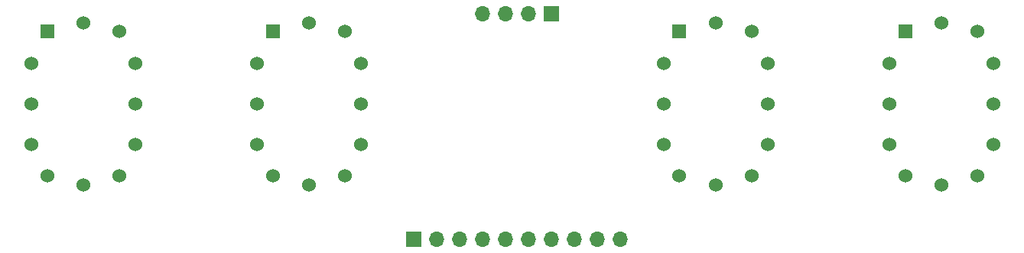
<source format=gts>
G04 #@! TF.GenerationSoftware,KiCad,Pcbnew,(6.0.9)*
G04 #@! TF.CreationDate,2022-12-15T14:30:08+09:00*
G04 #@! TF.ProjectId,nixieupperside,6e697869-6575-4707-9065-72736964652e,rev?*
G04 #@! TF.SameCoordinates,Original*
G04 #@! TF.FileFunction,Soldermask,Top*
G04 #@! TF.FilePolarity,Negative*
%FSLAX46Y46*%
G04 Gerber Fmt 4.6, Leading zero omitted, Abs format (unit mm)*
G04 Created by KiCad (PCBNEW (6.0.9)) date 2022-12-15 14:30:08*
%MOMM*%
%LPD*%
G01*
G04 APERTURE LIST*
%ADD10R,1.524000X1.524000*%
%ADD11C,1.524000*%
%ADD12R,1.700000X1.700000*%
%ADD13O,1.700000X1.700000*%
G04 APERTURE END LIST*
D10*
X86000000Y-27000000D03*
X86000000Y-27000000D03*
X86000000Y-27000000D03*
X86000000Y-27000000D03*
X86000000Y-27000000D03*
X86000000Y-27000000D03*
X86000000Y-27000000D03*
X86000000Y-27000000D03*
D11*
X84250000Y-30500000D03*
X84250000Y-30500000D03*
X84250000Y-30500000D03*
X84250000Y-30500000D03*
X84250000Y-35000000D03*
X84250000Y-35000000D03*
X84250000Y-35000000D03*
X84250000Y-35000000D03*
X84250000Y-39500000D03*
X84250000Y-39500000D03*
X84250000Y-39500000D03*
X84250000Y-39500000D03*
X86000000Y-43000000D03*
X86000000Y-43000000D03*
X86000000Y-43000000D03*
X86000000Y-43000000D03*
X90000000Y-44000000D03*
X90000000Y-44000000D03*
X90000000Y-44000000D03*
X90000000Y-44000000D03*
X94000000Y-43000000D03*
X94000000Y-43000000D03*
X94000000Y-43000000D03*
X94000000Y-43000000D03*
X95750000Y-39500000D03*
X95750000Y-39500000D03*
X95750000Y-39500000D03*
X95750000Y-39500000D03*
X95750000Y-35000000D03*
X95750000Y-35000000D03*
X95750000Y-35000000D03*
X95750000Y-35000000D03*
X95750000Y-30500000D03*
X95750000Y-30500000D03*
X95750000Y-30500000D03*
X95750000Y-30500000D03*
X94000000Y-27000000D03*
X94000000Y-27000000D03*
X94000000Y-27000000D03*
X94000000Y-27000000D03*
X90000000Y-26000000D03*
X90000000Y-26000000D03*
X90000000Y-26000000D03*
X90000000Y-26000000D03*
D10*
X156000000Y-27000000D03*
X156000000Y-27000000D03*
X156000000Y-27000000D03*
X156000000Y-27000000D03*
X156000000Y-27000000D03*
X156000000Y-27000000D03*
X156000000Y-27000000D03*
X156000000Y-27000000D03*
D11*
X154250000Y-30500000D03*
X154250000Y-30500000D03*
X154250000Y-30500000D03*
X154250000Y-30500000D03*
X154250000Y-35000000D03*
X154250000Y-35000000D03*
X154250000Y-35000000D03*
X154250000Y-35000000D03*
X154250000Y-39500000D03*
X154250000Y-39500000D03*
X154250000Y-39500000D03*
X154250000Y-39500000D03*
X156000000Y-43000000D03*
X156000000Y-43000000D03*
X156000000Y-43000000D03*
X156000000Y-43000000D03*
X160000000Y-44000000D03*
X160000000Y-44000000D03*
X160000000Y-44000000D03*
X160000000Y-44000000D03*
X164000000Y-43000000D03*
X164000000Y-43000000D03*
X164000000Y-43000000D03*
X164000000Y-43000000D03*
X165750000Y-39500000D03*
X165750000Y-39500000D03*
X165750000Y-39500000D03*
X165750000Y-39500000D03*
X165750000Y-35000000D03*
X165750000Y-35000000D03*
X165750000Y-35000000D03*
X165750000Y-35000000D03*
X165750000Y-30500000D03*
X165750000Y-30500000D03*
X165750000Y-30500000D03*
X165750000Y-30500000D03*
X164000000Y-27000000D03*
X164000000Y-27000000D03*
X164000000Y-27000000D03*
X164000000Y-27000000D03*
X160000000Y-26000000D03*
X160000000Y-26000000D03*
X160000000Y-26000000D03*
X160000000Y-26000000D03*
D10*
X61000000Y-27000000D03*
X61000000Y-27000000D03*
X61000000Y-27000000D03*
X61000000Y-27000000D03*
X61000000Y-27000000D03*
X61000000Y-27000000D03*
X61000000Y-27000000D03*
X61000000Y-27000000D03*
D11*
X59250000Y-30500000D03*
X59250000Y-30500000D03*
X59250000Y-30500000D03*
X59250000Y-30500000D03*
X59250000Y-35000000D03*
X59250000Y-35000000D03*
X59250000Y-35000000D03*
X59250000Y-35000000D03*
X59250000Y-39500000D03*
X59250000Y-39500000D03*
X59250000Y-39500000D03*
X59250000Y-39500000D03*
X61000000Y-43000000D03*
X61000000Y-43000000D03*
X61000000Y-43000000D03*
X61000000Y-43000000D03*
X65000000Y-44000000D03*
X65000000Y-44000000D03*
X65000000Y-44000000D03*
X65000000Y-44000000D03*
X69000000Y-43000000D03*
X69000000Y-43000000D03*
X69000000Y-43000000D03*
X69000000Y-43000000D03*
X70750000Y-39500000D03*
X70750000Y-39500000D03*
X70750000Y-39500000D03*
X70750000Y-39500000D03*
X70750000Y-35000000D03*
X70750000Y-35000000D03*
X70750000Y-35000000D03*
X70750000Y-35000000D03*
X70750000Y-30500000D03*
X70750000Y-30500000D03*
X70750000Y-30500000D03*
X70750000Y-30500000D03*
X69000000Y-27000000D03*
X69000000Y-27000000D03*
X69000000Y-27000000D03*
X69000000Y-27000000D03*
X65000000Y-26000000D03*
X65000000Y-26000000D03*
X65000000Y-26000000D03*
X65000000Y-26000000D03*
D12*
X116800000Y-25000000D03*
D13*
X114260000Y-25000000D03*
X111720000Y-25000000D03*
X109180000Y-25000000D03*
D12*
X101575000Y-50000000D03*
D13*
X104115000Y-50000000D03*
X106655000Y-50000000D03*
X109195000Y-50000000D03*
X111735000Y-50000000D03*
X114275000Y-50000000D03*
X116815000Y-50000000D03*
X119355000Y-50000000D03*
X121895000Y-50000000D03*
X124435000Y-50000000D03*
D10*
X131000000Y-27000000D03*
X131000000Y-27000000D03*
X131000000Y-27000000D03*
X131000000Y-27000000D03*
X131000000Y-27000000D03*
X131000000Y-27000000D03*
X131000000Y-27000000D03*
X131000000Y-27000000D03*
D11*
X129250000Y-30500000D03*
X129250000Y-30500000D03*
X129250000Y-30500000D03*
X129250000Y-30500000D03*
X129250000Y-35000000D03*
X129250000Y-35000000D03*
X129250000Y-35000000D03*
X129250000Y-35000000D03*
X129250000Y-39500000D03*
X129250000Y-39500000D03*
X129250000Y-39500000D03*
X129250000Y-39500000D03*
X131000000Y-43000000D03*
X131000000Y-43000000D03*
X131000000Y-43000000D03*
X131000000Y-43000000D03*
X135000000Y-44000000D03*
X135000000Y-44000000D03*
X135000000Y-44000000D03*
X135000000Y-44000000D03*
X139000000Y-43000000D03*
X139000000Y-43000000D03*
X139000000Y-43000000D03*
X139000000Y-43000000D03*
X140750000Y-39500000D03*
X140750000Y-39500000D03*
X140750000Y-39500000D03*
X140750000Y-39500000D03*
X140750000Y-35000000D03*
X140750000Y-35000000D03*
X140750000Y-35000000D03*
X140750000Y-35000000D03*
X140750000Y-30500000D03*
X140750000Y-30500000D03*
X140750000Y-30500000D03*
X140750000Y-30500000D03*
X139000000Y-27000000D03*
X139000000Y-27000000D03*
X139000000Y-27000000D03*
X139000000Y-27000000D03*
X135000000Y-26000000D03*
X135000000Y-26000000D03*
X135000000Y-26000000D03*
X135000000Y-26000000D03*
M02*

</source>
